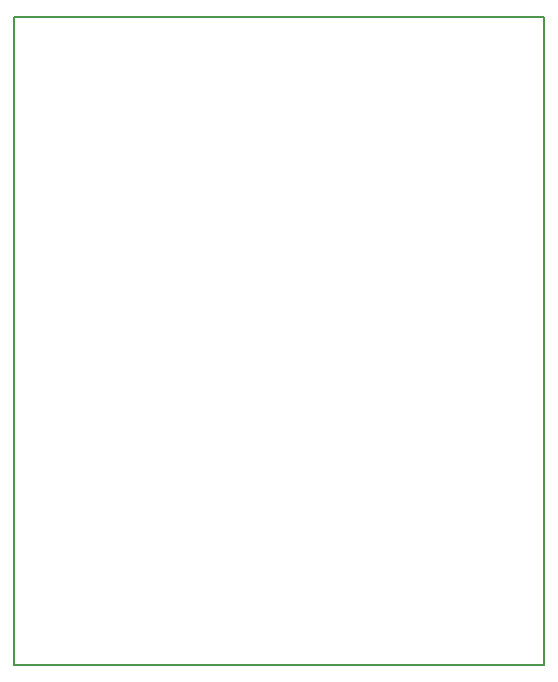
<source format=gko>
G04 MADE WITH FRITZING*
G04 WWW.FRITZING.ORG*
G04 DOUBLE SIDED*
G04 HOLES PLATED*
G04 CONTOUR ON CENTER OF CONTOUR VECTOR*
%ASAXBY*%
%FSLAX23Y23*%
%MOIN*%
%OFA0B0*%
%SFA1.0B1.0*%
%ADD10R,1.771650X2.165350*%
%ADD11C,0.008000*%
%ADD10C,0.008*%
%LNCONTOUR*%
G90*
G70*
G54D10*
G54D11*
X4Y2161D02*
X1768Y2161D01*
X1768Y4D01*
X4Y4D01*
X4Y2161D01*
D02*
G04 End of contour*
M02*
</source>
